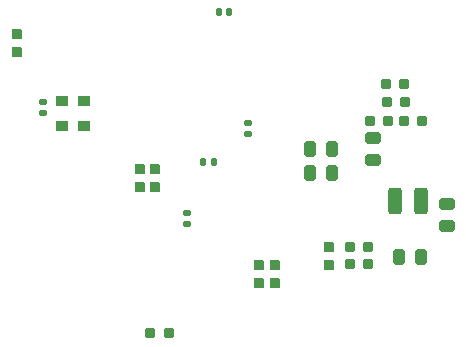
<source format=gbp>
G04 Layer_Color=128*
%FSLAX25Y25*%
%MOIN*%
G70*
G01*
G75*
G04:AMPARAMS|DCode=12|XSize=37.8mil|YSize=53.54mil|CornerRadius=9.45mil|HoleSize=0mil|Usage=FLASHONLY|Rotation=180.000|XOffset=0mil|YOffset=0mil|HoleType=Round|Shape=RoundedRectangle|*
%AMROUNDEDRECTD12*
21,1,0.03780,0.03465,0,0,180.0*
21,1,0.01890,0.05354,0,0,180.0*
1,1,0.01890,-0.00945,0.01732*
1,1,0.01890,0.00945,0.01732*
1,1,0.01890,0.00945,-0.01732*
1,1,0.01890,-0.00945,-0.01732*
%
%ADD12ROUNDEDRECTD12*%
G04:AMPARAMS|DCode=22|XSize=20.08mil|YSize=23.62mil|CornerRadius=5.12mil|HoleSize=0mil|Usage=FLASHONLY|Rotation=0.000|XOffset=0mil|YOffset=0mil|HoleType=Round|Shape=RoundedRectangle|*
%AMROUNDEDRECTD22*
21,1,0.02008,0.01338,0,0,0.0*
21,1,0.00984,0.02362,0,0,0.0*
1,1,0.01024,0.00492,-0.00669*
1,1,0.01024,-0.00492,-0.00669*
1,1,0.01024,-0.00492,0.00669*
1,1,0.01024,0.00492,0.00669*
%
%ADD22ROUNDEDRECTD22*%
G04:AMPARAMS|DCode=23|XSize=34.25mil|YSize=35.83mil|CornerRadius=8.73mil|HoleSize=0mil|Usage=FLASHONLY|Rotation=0.000|XOffset=0mil|YOffset=0mil|HoleType=Round|Shape=RoundedRectangle|*
%AMROUNDEDRECTD23*
21,1,0.03425,0.01836,0,0,0.0*
21,1,0.01678,0.03583,0,0,0.0*
1,1,0.01747,0.00839,-0.00918*
1,1,0.01747,-0.00839,-0.00918*
1,1,0.01747,-0.00839,0.00918*
1,1,0.01747,0.00839,0.00918*
%
%ADD23ROUNDEDRECTD23*%
G04:AMPARAMS|DCode=24|XSize=34.25mil|YSize=35.83mil|CornerRadius=8.73mil|HoleSize=0mil|Usage=FLASHONLY|Rotation=270.000|XOffset=0mil|YOffset=0mil|HoleType=Round|Shape=RoundedRectangle|*
%AMROUNDEDRECTD24*
21,1,0.03425,0.01836,0,0,270.0*
21,1,0.01678,0.03583,0,0,270.0*
1,1,0.01747,-0.00918,-0.00839*
1,1,0.01747,-0.00918,0.00839*
1,1,0.01747,0.00918,0.00839*
1,1,0.01747,0.00918,-0.00839*
%
%ADD24ROUNDEDRECTD24*%
G04:AMPARAMS|DCode=33|XSize=20.08mil|YSize=23.62mil|CornerRadius=5.12mil|HoleSize=0mil|Usage=FLASHONLY|Rotation=270.000|XOffset=0mil|YOffset=0mil|HoleType=Round|Shape=RoundedRectangle|*
%AMROUNDEDRECTD33*
21,1,0.02008,0.01338,0,0,270.0*
21,1,0.00984,0.02362,0,0,270.0*
1,1,0.01024,-0.00669,-0.00492*
1,1,0.01024,-0.00669,0.00492*
1,1,0.01024,0.00669,0.00492*
1,1,0.01024,0.00669,-0.00492*
%
%ADD33ROUNDEDRECTD33*%
G04:AMPARAMS|DCode=95|XSize=37.8mil|YSize=53.54mil|CornerRadius=9.45mil|HoleSize=0mil|Usage=FLASHONLY|Rotation=270.000|XOffset=0mil|YOffset=0mil|HoleType=Round|Shape=RoundedRectangle|*
%AMROUNDEDRECTD95*
21,1,0.03780,0.03465,0,0,270.0*
21,1,0.01890,0.05354,0,0,270.0*
1,1,0.01890,-0.01732,-0.00945*
1,1,0.01890,-0.01732,0.00945*
1,1,0.01890,0.01732,0.00945*
1,1,0.01890,0.01732,-0.00945*
%
%ADD95ROUNDEDRECTD95*%
G04:AMPARAMS|DCode=96|XSize=46.85mil|YSize=87.4mil|CornerRadius=9.84mil|HoleSize=0mil|Usage=FLASHONLY|Rotation=180.000|XOffset=0mil|YOffset=0mil|HoleType=Round|Shape=RoundedRectangle|*
%AMROUNDEDRECTD96*
21,1,0.04685,0.06772,0,0,180.0*
21,1,0.02717,0.08740,0,0,180.0*
1,1,0.01968,-0.01359,0.03386*
1,1,0.01968,0.01359,0.03386*
1,1,0.01968,0.01359,-0.03386*
1,1,0.01968,-0.01359,-0.03386*
%
%ADD96ROUNDEDRECTD96*%
%ADD97R,0.03937X0.03543*%
D12*
X142042Y36000D02*
D03*
X134758D02*
D03*
X112442Y63800D02*
D03*
X105158D02*
D03*
X112342Y71700D02*
D03*
X105058D02*
D03*
D22*
X69489Y67400D02*
D03*
X73111D02*
D03*
X78311Y117600D02*
D03*
X74689D02*
D03*
D23*
X125000Y81300D02*
D03*
X131032Y81100D02*
D03*
X136469D02*
D03*
X142532D02*
D03*
X118468Y39100D02*
D03*
X124531D02*
D03*
X118468Y33600D02*
D03*
X124531D02*
D03*
X136531Y93600D02*
D03*
X130468D02*
D03*
X136721Y87537D02*
D03*
X130657D02*
D03*
X58031Y10600D02*
D03*
X51968D02*
D03*
D24*
X88000Y33132D02*
D03*
Y27068D02*
D03*
X93500D02*
D03*
Y33132D02*
D03*
X48500Y59069D02*
D03*
Y65131D02*
D03*
X111600Y33268D02*
D03*
Y39331D02*
D03*
X53500Y59069D02*
D03*
Y65131D02*
D03*
X7500Y104069D02*
D03*
Y110132D02*
D03*
D33*
X84500Y76989D02*
D03*
Y80611D02*
D03*
X16100Y83989D02*
D03*
Y87611D02*
D03*
X64000Y50411D02*
D03*
Y46789D02*
D03*
D95*
X126300Y68158D02*
D03*
Y75442D02*
D03*
X150800Y46258D02*
D03*
Y53542D02*
D03*
D96*
X133410Y54375D02*
D03*
X142190D02*
D03*
D97*
X22400Y79432D02*
D03*
Y87700D02*
D03*
X29880Y79432D02*
D03*
Y87700D02*
D03*
M02*

</source>
